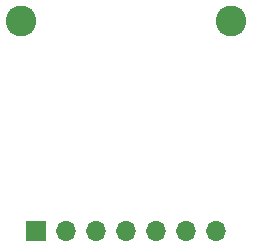
<source format=gbr>
%TF.GenerationSoftware,KiCad,Pcbnew,5.1.6-c6e7f7d~86~ubuntu18.04.1*%
%TF.CreationDate,2020-05-18T18:47:09-04:00*%
%TF.ProjectId,battery,62617474-6572-4792-9e6b-696361645f70,rev?*%
%TF.SameCoordinates,Original*%
%TF.FileFunction,Copper,L2,Bot*%
%TF.FilePolarity,Positive*%
%FSLAX46Y46*%
G04 Gerber Fmt 4.6, Leading zero omitted, Abs format (unit mm)*
G04 Created by KiCad (PCBNEW 5.1.6-c6e7f7d~86~ubuntu18.04.1) date 2020-05-18 18:47:09*
%MOMM*%
%LPD*%
G01*
G04 APERTURE LIST*
%TA.AperFunction,ComponentPad*%
%ADD10O,1.700000X1.700000*%
%TD*%
%TA.AperFunction,ComponentPad*%
%ADD11R,1.700000X1.700000*%
%TD*%
%TA.AperFunction,ComponentPad*%
%ADD12C,2.600000*%
%TD*%
G04 APERTURE END LIST*
D10*
%TO.P,J1,7*%
%TO.N,GND*%
X151130000Y-101600000D03*
%TO.P,J1,6*%
X148590000Y-101600000D03*
%TO.P,J1,5*%
%TO.N,T*%
X146050000Y-101600000D03*
%TO.P,J1,4*%
%TO.N,SDA*%
X143510000Y-101600000D03*
%TO.P,J1,3*%
%TO.N,SCL*%
X140970000Y-101600000D03*
%TO.P,J1,2*%
%TO.N,12v*%
X138430000Y-101600000D03*
D11*
%TO.P,J1,1*%
X135890000Y-101600000D03*
%TD*%
D12*
%TO.P,J3,1*%
%TO.N,GND*%
X152400000Y-83820000D03*
%TD*%
%TO.P,J2,1*%
%TO.N,12v*%
X134620000Y-83820000D03*
%TD*%
M02*

</source>
